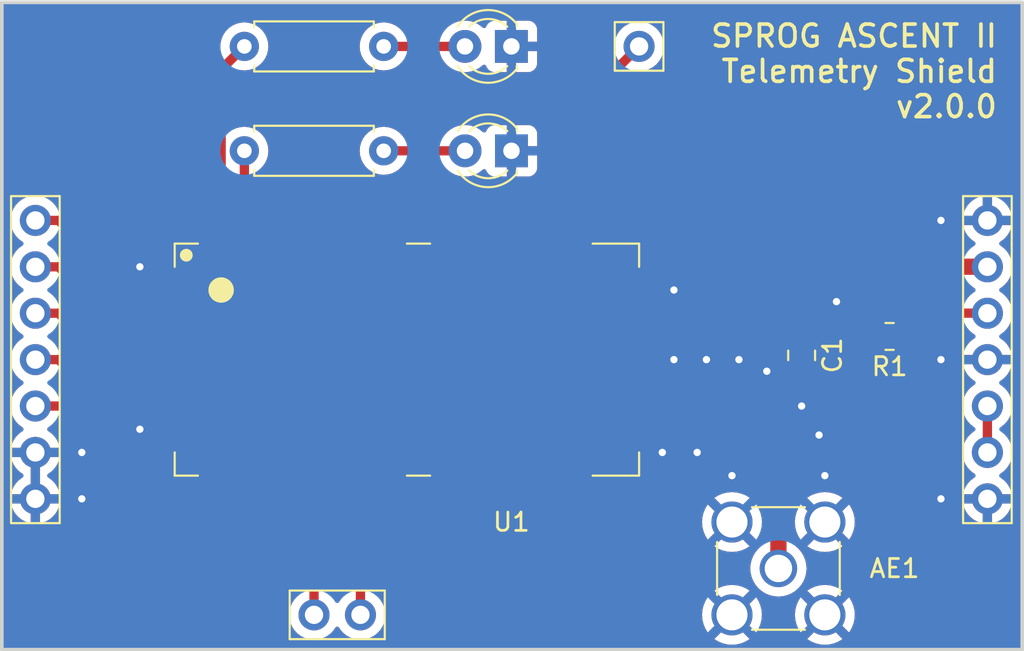
<source format=kicad_pcb>
(kicad_pcb (version 20240108) (generator "pcbnew") (generator_version "8.0")
  (layers (0 "F.Cu" signal) (31 "B.Cu" signal) (34 "B.Paste" user) (35 "F.Paste" user) (36 "B.SilkS" user "B.Silkscreen") (37 "F.SilkS" user "F.Silkscreen") (38 "B.Mask" user) (39 "F.Mask" user) (44 "Edge.Cuts" user))
  (net 0 "")
  (net 1 "DC")
  (net 2 "DD")
  (net 3 "GND")
  (net 4 "VCC")
  (net 5 "RF")
  (net 6 "RXD")
  (net 7 "TXD")
  (net 8 "CFG")
  (net 9 "RTS")
  (net 10 "CTS")
  (net 11 "RST")
  (net 12 "Net-(J2-Pin_5)")
  (net 13 "Net-(D1-A)")
  (net 14 "Net-(U1-D1)")
  (net 15 "Net-(U1-D2)")
  (net 16 "Net-(D2-A)")
  (net 17 "Net-(U1-RESET)")
  (net 20 "VCC_PA")
  (footprint "Connector_PinHeader_2.54mm:PinHeader_1x01_P2.54mm_Vertical" (layer "F.Cu") (at 109.855 41.91)
    (property "Reference" "J4" (hide yes))
    (property "Value" "Conn_01x01_Pin" (hide yes))
    (fp_line (start -1.33 -1.33) (end 1.33 -1.33) (stroke (width 0.12)) (layer "F.SilkS"))
    (fp_line (start -1.33 1.27) (end -1.33 -1.33) (stroke (width 0.12)) (layer "F.SilkS"))
    (fp_line (start -1.33 1.27) (end -1.33 1.33) (stroke (width 0.12)) (layer "F.SilkS"))
    (fp_line (start -1.33 1.33) (end 1.33 1.33) (stroke (width 0.12)) (layer "F.SilkS"))
    (fp_line (start 1.33 -1.33) (end 1.33 1.27) (stroke (width 0.12)) (layer "F.SilkS"))
    (fp_line (start 1.33 1.27) (end 1.33 1.33) (stroke (width 0.12)) (layer "F.SilkS"))
    (pad "1" thru_hole oval (at 0 0) (size 1.7 1.7) (drill 1) (layers "*.Cu" "*.Mask") (net 20 "VCC_PA"))
  )
  (footprint "Resistor_SMD:R_0805_2012Metric_Pad1.20x1.40mm_HandSolder" (layer "F.Cu") (at 123.555 57.785 180)
    (property "Reference" "R1" (at 0 -1.65 180) (layer "F.SilkS"))
    (property "Value" "2k7")
    (fp_line (start -0.227064 0.735) (end 0.227064 0.735) (stroke (width 0.12)) (layer "F.SilkS"))
    (fp_line (start -0.227064 -0.735) (end 0.227064 -0.735) (stroke (width 0.12)) (layer "F.SilkS"))
    (pad "1" smd roundrect (at -1 0 180) (size 1.2 1.4) (layers "F.Cu" "F.Paste" "F.Mask") (roundrect_rratio 0.2083333333) (net 11 "RST"))
    (pad "2" smd roundrect (at 1 0 180) (size 1.2 1.4) (layers "F.Cu" "F.Paste" "F.Mask") (roundrect_rratio 0.2083333333) (net 17 "Net-(U1-RESET)"))
  )
  (footprint "LED_THT:LED_D3.0mm" (layer "F.Cu") (at 102.87 41.91 180)
    (property "Reference" "D2" (hide yes))
    (property "Value" "LED" (hide yes))
    (fp_line (start -0.29 1.08) (end -0.29 1.236) (stroke (width 0.12)) (layer "F.SilkS"))
    (fp_line (start -0.29 -1.236) (end -0.29 -1.08) (stroke (width 0.12)) (layer "F.SilkS"))
    (fp_arc (start 2.942335 1.078608) (mid 1.366487 1.987659) (end -0.29 1.235516) (stroke (width 0.12)) (layer "F.SilkS"))
    (fp_arc (start 2.31113 1.079837) (mid 1.270117 1.5) (end 0.229039 1.08) (stroke (width 0.12)) (layer "F.SilkS"))
    (fp_arc (start 0.229039 -1.08) (mid 1.270117 -1.5) (end 2.31113 -1.079837) (stroke (width 0.12)) (layer "F.SilkS"))
    (fp_arc (start -0.29 -1.235516) (mid 1.366487 -1.987659) (end 2.942335 -1.078608) (stroke (width 0.12)) (layer "F.SilkS"))
    (pad "1" thru_hole rect (at 0 0 180) (size 1.8 1.8) (drill 0.9) (layers "*.Cu" "*.Mask") (net 3 "GND"))
    (pad "2" thru_hole circle (at 2.54 0 180) (size 1.8 1.8) (drill 0.9) (layers "*.Cu" "*.Mask") (net 16 "Net-(D2-A)"))
  )
  (footprint "Connector_Coaxial:SMA_Amphenol_901-144_Vertical" (layer "F.Cu") (at 117.475 70.485)
    (property "Reference" "AE1" (at 6.35 0 0) (layer "F.SilkS"))
    (property "Value" "Antenna" (hide yes))
    (fp_line (start -3.355 -1.45) (end -3.355 1.45) (stroke (width 0.12)) (layer "F.SilkS"))
    (fp_line (start -1.45 -3.355) (end 1.45 -3.355) (stroke (width 0.12)) (layer "F.SilkS"))
    (fp_line (start -1.45 3.355) (end 1.45 3.355) (stroke (width 0.12)) (layer "F.SilkS"))
    (fp_line (start 3.355 -1.45) (end 3.355 1.45) (stroke (width 0.12)) (layer "F.SilkS"))
    (pad "1" thru_hole circle (at 0 0) (size 2.05 2.05) (drill 1.5) (layers "*.Cu" "*.Mask") (net 5 "RF"))
    (pad "2" thru_hole circle (at -2.54 -2.54) (size 2.25 2.25) (drill 1.7) (layers "*.Cu" "*.Mask") (net 3 "GND"))
    (pad "2" thru_hole circle (at -2.54 2.54) (size 2.25 2.25) (drill 1.7) (layers "*.Cu" "*.Mask") (net 3 "GND"))
    (pad "2" thru_hole circle (at 2.54 -2.54) (size 2.25 2.25) (drill 1.7) (layers "*.Cu" "*.Mask") (net 3 "GND"))
    (pad "2" thru_hole circle (at 2.54 2.54) (size 2.25 2.25) (drill 1.7) (layers "*.Cu" "*.Mask") (net 3 "GND"))
  )
  (footprint "Resistor_THT:R_Axial_DIN0207_L6.3mm_D2.5mm_P7.62mm_Horizontal" (layer "F.Cu") (at 95.885 41.91 180)
    (property "Reference" "R3" (hide yes))
    (property "Value" "R" (hide yes))
    (fp_line (start 7.08 1.37) (end 7.08 1.04) (stroke (width 0.12)) (layer "F.SilkS"))
    (fp_line (start 7.08 -1.37) (end 7.08 -1.04) (stroke (width 0.12)) (layer "F.SilkS"))
    (fp_line (start 0.54 1.37) (end 7.08 1.37) (stroke (width 0.12)) (layer "F.SilkS"))
    (fp_line (start 0.54 1.04) (end 0.54 1.37) (stroke (width 0.12)) (layer "F.SilkS"))
    (fp_line (start 0.54 -1.04) (end 0.54 -1.37) (stroke (width 0.12)) (layer "F.SilkS"))
    (fp_line (start 0.54 -1.37) (end 7.08 -1.37) (stroke (width 0.12)) (layer "F.SilkS"))
    (pad "1" thru_hole circle (at 0 0 180) (size 1.6 1.6) (drill 0.8) (layers "*.Cu" "*.Mask") (net 16 "Net-(D2-A)"))
    (pad "2" thru_hole oval (at 7.62 0 180) (size 1.6 1.6) (drill 0.8) (layers "*.Cu" "*.Mask") (net 15 "Net-(U1-D2)"))
  )
  (footprint "Resistor_THT:R_Axial_DIN0207_L6.3mm_D2.5mm_P7.62mm_Horizontal" (layer "F.Cu") (at 95.885 47.625 180)
    (property "Reference" "R2" (hide yes))
    (property "Value" "R" (hide yes))
    (fp_line (start 7.08 1.37) (end 7.08 1.04) (stroke (width 0.12)) (layer "F.SilkS"))
    (fp_line (start 7.08 -1.37) (end 7.08 -1.04) (stroke (width 0.12)) (layer "F.SilkS"))
    (fp_line (start 0.54 1.37) (end 7.08 1.37) (stroke (width 0.12)) (layer "F.SilkS"))
    (fp_line (start 0.54 1.04) (end 0.54 1.37) (stroke (width 0.12)) (layer "F.SilkS"))
    (fp_line (start 0.54 -1.04) (end 0.54 -1.37) (stroke (width 0.12)) (layer "F.SilkS"))
    (fp_line (start 0.54 -1.37) (end 7.08 -1.37) (stroke (width 0.12)) (layer "F.SilkS"))
    (pad "1" thru_hole circle (at 0 0 180) (size 1.6 1.6) (drill 0.8) (layers "*.Cu" "*.Mask") (net 13 "Net-(D1-A)"))
    (pad "2" thru_hole oval (at 7.62 0 180) (size 1.6 1.6) (drill 0.8) (layers "*.Cu" "*.Mask") (net 14 "Net-(U1-D1)"))
  )
  (footprint "LED_THT:LED_D3.0mm" (layer "F.Cu") (at 102.875 47.625 180)
    (property "Reference" "D1" (hide yes))
    (property "Value" "LED" (hide yes))
    (fp_line (start -0.29 1.08) (end -0.29 1.236) (stroke (width 0.12)) (layer "F.SilkS"))
    (fp_line (start -0.29 -1.236) (end -0.29 -1.08) (stroke (width 0.12)) (layer "F.SilkS"))
    (fp_arc (start 2.942335 1.078608) (mid 1.366487 1.987659) (end -0.29 1.235516) (stroke (width 0.12)) (layer "F.SilkS"))
    (fp_arc (start 2.31113 1.079837) (mid 1.270117 1.5) (end 0.229039 1.08) (stroke (width 0.12)) (layer "F.SilkS"))
    (fp_arc (start 0.229039 -1.08) (mid 1.270117 -1.5) (end 2.31113 -1.079837) (stroke (width 0.12)) (layer "F.SilkS"))
    (fp_arc (start -0.29 -1.235516) (mid 1.366487 -1.987659) (end 2.942335 -1.078608) (stroke (width 0.12)) (layer "F.SilkS"))
    (pad "1" thru_hole rect (at 0 0 180) (size 1.8 1.8) (drill 0.9) (layers "*.Cu" "*.Mask") (net 3 "GND"))
    (pad "2" thru_hole circle (at 2.54 0 180) (size 1.8 1.8) (drill 0.9) (layers "*.Cu" "*.Mask") (net 13 "Net-(D1-A)"))
  )
  (footprint "Connector_PinHeader_2.54mm:PinHeader_1x07_P2.54mm_Vertical" (layer "F.Cu") (at 128.905 51.435)
    (property "Reference" "J2" (hide yes))
    (property "Value" "Conn_01x07_Pin" (hide yes))
    (fp_line (start -1.33 -1.33) (end 1.33 -1.33) (stroke (width 0.12)) (layer "F.SilkS"))
    (fp_line (start -1.33 0) (end -1.33 -1.33) (stroke (width 0.12)) (layer "F.SilkS"))
    (fp_line (start -1.33 0) (end -1.33 16.57) (stroke (width 0.12)) (layer "F.SilkS"))
    (fp_line (start -1.33 16.57) (end 1.33 16.57) (stroke (width 0.12)) (layer "F.SilkS"))
    (fp_line (start 1.33 -1.33) (end 1.33 1.27) (stroke (width 0.12)) (layer "F.SilkS"))
    (fp_line (start 1.33 1.27) (end 1.33 16.57) (stroke (width 0.12)) (layer "F.SilkS"))
    (pad "1" thru_hole oval (at 0 0) (size 1.7 1.7) (drill 1) (layers "*.Cu" "*.Mask") (net 3 "GND"))
    (pad "2" thru_hole oval (at 0 2.54) (size 1.7 1.7) (drill 1) (layers "*.Cu" "*.Mask") (net 4 "VCC"))
    (pad "3" thru_hole oval (at 0 5.08) (size 1.7 1.7) (drill 1) (layers "*.Cu" "*.Mask") (net 11 "RST"))
    (pad "4" thru_hole oval (at 0 7.62) (size 1.7 1.7) (drill 1) (layers "*.Cu" "*.Mask") (net 3 "GND"))
    (pad "5" thru_hole oval (at 0 10.16) (size 1.7 1.7) (drill 1) (layers "*.Cu" "*.Mask") (net 12 "Net-(J2-Pin_5)"))
    (pad "6" thru_hole oval (at 0 12.7) (size 1.7 1.7) (drill 1) (layers "*.Cu" "*.Mask") (net 12 "Net-(J2-Pin_5)"))
    (pad "7" thru_hole oval (at 0 15.24) (size 1.7 1.7) (drill 1) (layers "*.Cu" "*.Mask") (net 3 "GND"))
  )
  (footprint "Library:RC1780HP" (layer "F.Cu") (at 84.455 52.705)
    (property "Reference" "U1" (at 18.415 15.24 0) (layer "F.SilkS"))
    (property "Value" "~")
    (fp_line (start 0 0) (end 1.27 0) (stroke (width 0.12)) (layer "F.SilkS"))
    (fp_line (start 0 1.27) (end 0 0) (stroke (width 0.12)) (layer "F.SilkS"))
    (fp_line (start 0 12.7) (end 0 11.43) (stroke (width 0.12)) (layer "F.SilkS"))
    (fp_line (start 1.27 12.7) (end 0 12.7) (stroke (width 0.12)) (layer "F.SilkS"))
    (fp_line (start 12.7 0) (end 13.97 0) (stroke (width 0.12)) (layer "F.SilkS"))
    (fp_line (start 13.97 12.7) (end 12.7 12.7) (stroke (width 0.12)) (layer "F.SilkS"))
    (fp_line (start 22.86 0) (end 25.4 0) (stroke (width 0.12)) (layer "F.SilkS"))
    (fp_line (start 25.4 0) (end 25.4 1.27) (stroke (width 0.12)) (layer "F.SilkS"))
    (fp_line (start 25.4 11.43) (end 25.4 12.7) (stroke (width 0.12)) (layer "F.SilkS"))
    (fp_line (start 25.4 12.7) (end 22.86 12.7) (stroke (width 0.12)) (layer "F.SilkS"))
    (fp_circle (center 2.54 2.54) (end 3.175 2.54) (stroke (width 0.12)) (fill solid) (layer "F.SilkS"))
    (pad "1" smd roundrect (at 0 2.54) (size 2.032 1.016) (layers "F.Cu" "F.Paste" "F.Mask") (roundrect_rratio 0.5) (net 3 "GND"))
    (pad "2" smd roundrect (at 0 3.81) (size 2.032 1.016) (layers "F.Cu" "F.Paste" "F.Mask") (roundrect_rratio 0.5) (net 10 "CTS"))
    (pad "3" smd roundrect (at 0 5.08) (size 2.032 1.016) (layers "F.Cu" "F.Paste" "F.Mask") (roundrect_rratio 0.5) (net 9 "RTS"))
    (pad "4" smd roundrect (at 0 6.35) (size 2.032 1.016) (layers "F.Cu" "F.Paste" "F.Mask") (roundrect_rratio 0.5) (net 8 "CFG"))
    (pad "5" smd roundrect (at 0 7.62) (size 2.032 1.016) (layers "F.Cu" "F.Paste" "F.Mask") (roundrect_rratio 0.5) (net 7 "TXD"))
    (pad "6" smd roundrect (at 0 8.89) (size 2.032 1.016) (layers "F.Cu" "F.Paste" "F.Mask") (roundrect_rratio 0.5) (net 6 "RXD"))
    (pad "7" smd roundrect (at 0 10.16) (size 2.032 1.016) (layers "F.Cu" "F.Paste" "F.Mask") (roundrect_rratio 0.5) (net 3 "GND"))
    (pad "8" smd roundrect (at 25.4 10.16 180) (size 2.032 1.016) (layers "F.Cu" "F.Paste" "F.Mask") (roundrect_rratio 0.5) (net 3 "GND"))
    (pad "9" smd roundrect (at 25.4 8.89 180) (size 2.032 1.016) (layers "F.Cu" "F.Paste" "F.Mask") (roundrect_rratio 0.5) (net 5 "RF"))
    (pad "10" smd roundrect (at 25.4 7.62 180) (size 2.032 1.016) (layers "F.Cu" "F.Paste" "F.Mask") (roundrect_rratio 0.5) (net 3 "GND"))
    (pad "11" smd roundrect (at 25.4 6.35 180) (size 2.032 1.016) (layers "F.Cu" "F.Paste" "F.Mask") (roundrect_rratio 0.5))
    (pad "12" smd roundrect (at 25.4 5.08 180) (size 2.032 1.016) (layers "F.Cu" "F.Paste" "F.Mask") (roundrect_rratio 0.5) (net 17 "Net-(U1-RESET)"))
    (pad "13" smd roundrect (at 25.4 3.81 180) (size 2.032 1.016) (layers "F.Cu" "F.Paste" "F.Mask") (roundrect_rratio 0.5) (net 4 "VCC"))
    (pad "14" smd roundrect (at 25.4 2.54 180) (size 2.032 1.016) (layers "F.Cu" "F.Paste" "F.Mask") (roundrect_rratio 0.5) (net 3 "GND"))
    (pad "15" smd roundrect (at 2.54 12.7 90) (size 2.032 1.016) (layers "F.Cu" "F.Paste" "F.Mask") (roundrect_rratio 0.5))
    (pad "16" smd roundrect (at 3.81 12.7 90) (size 2.032 1.016) (layers "F.Cu" "F.Paste" "F.Mask") (roundrect_rratio 0.5))
    (pad "17" smd roundrect (at 5.08 12.7 90) (size 2.032 1.016) (layers "F.Cu" "F.Paste" "F.Mask") (roundrect_rratio 0.5))
    (pad "18" smd roundrect (at 6.351955 12.690977 90) (size 2.032 1.016) (layers "F.Cu" "F.Paste" "F.Mask") (roundrect_rratio 0.5))
    (pad "19" smd roundrect (at 7.62 12.7 90) (size 2.032 1.016) (layers "F.Cu" "F.Paste" "F.Mask") (roundrect_rratio 0.5) (net 2 "DD"))
    (pad "20" smd roundrect (at 8.89 12.7 90) (size 2.032 1.016) (layers "F.Cu" "F.Paste" "F.Mask") (roundrect_rratio 0.5) (net 1 "DC"))
    (pad "21" smd roundrect (at 10.16 12.7 90) (size 2.032 1.016) (layers "F.Cu" "F.Paste" "F.Mask") (roundrect_rratio 0.5))
    (pad "22" smd roundrect (at 11.43 12.7 90) (size 2.032 1.016) (layers "F.Cu" "F.Paste" "F.Mask") (roundrect_rratio 0.5))
    (pad "23" smd roundrect (at 11.43 0 90) (size 2.032 1.016) (layers "F.Cu" "F.Paste" "F.Mask") (roundrect_rratio 0.5))
    (pad "24" smd roundrect (at 10.16 0 90) (size 2.032 1.016) (layers "F.Cu" "F.Paste" "F.Mask") (roundrect_rratio 0.5))
    (pad "25" smd roundrect (at 8.89 0 90) (size 2.032 1.016) (layers "F.Cu" "F.Paste" "F.Mask") (roundrect_rratio 0.5))
    (pad "26" smd roundrect (at 7.62 0 90) (size 2.032 1.016) (layers "F.Cu" "F.Paste" "F.Mask") (roundrect_rratio 0.5))
    (pad "27" smd roundrect (at 6.35 0 90) (size 2.032 1.016) (layers "F.Cu" "F.Paste" "F.Mask") (roundrect_rratio 0.5))
    (pad "28" smd roundrect (at 5.08 0 90) (size 2.032 1.016) (layers "F.Cu" "F.Paste" "F.Mask") (roundrect_rratio 0.5))
    (pad "29" smd roundrect (at 3.81 0 90) (size 2.032 1.016) (layers "F.Cu" "F.Paste" "F.Mask") (roundrect_rratio 0.5) (net 14 "Net-(U1-D1)"))
    (pad "30" smd roundrect (at 2.54 0 90) (size 2.032 1.016) (layers "F.Cu" "F.Paste" "F.Mask") (roundrect_rratio 0.5) (net 15 "Net-(U1-D2)"))
    (pad "31" smd roundrect (at 15.24 0 90) (size 2.032 1.016) (layers "F.Cu" "F.Paste" "F.Mask") (roundrect_rratio 0.5))
    (pad "32" smd roundrect (at 15.24 12.7 90) (size 2.032 1.016) (layers "F.Cu" "F.Paste" "F.Mask") (roundrect_rratio 0.5))
    (pad "33" smd roundrect (at 16.51 0 90) (size 2.032 1.016) (layers "F.Cu" "F.Paste" "F.Mask") (roundrect_rratio 0.5))
    (pad "34" smd roundrect (at 16.51 12.7 90) (size 2.032 1.016) (layers "F.Cu" "F.Paste" "F.Mask") (roundrect_rratio 0.5))
    (pad "35" smd roundrect (at 17.78 0 90) (size 2.032 1.016) (layers "F.Cu" "F.Paste" "F.Mask") (roundrect_rratio 0.5))
    (pad "36" smd roundrect (at 17.78 12.7 90) (size 2.032 1.016) (layers "F.Cu" "F.Paste" "F.Mask") (roundrect_rratio 0.5))
    (pad "37" smd roundrect (at 19.05 0 90) (size 2.032 1.016) (layers "F.Cu" "F.Paste" "F.Mask") (roundrect_rratio 0.5))
    (pad "38" smd roundrect (at 19.05 12.7 90) (size 2.032 1.016) (layers "F.Cu" "F.Paste" "F.Mask") (roundrect_rratio 0.5))
    (pad "39" smd roundrect (at 20.32 0 90) (size 2.032 1.016) (layers "F.Cu" "F.Paste" "F.Mask") (roundrect_rratio 0.5))
    (pad "40" smd roundrect (at 20.32 12.7 90) (size 2.032 1.016) (layers "F.Cu" "F.Paste" "F.Mask") (roundrect_rratio 0.5))
    (pad "41" smd roundrect (at 21.59 0 90) (size 2.032 1.016) (layers "F.Cu" "F.Paste" "F.Mask") (roundrect_rratio 0.5) (net 20 "VCC_PA"))
    (pad "42" smd roundrect (at 21.59 12.7 90) (size 2.032 1.016) (layers "F.Cu" "F.Paste" "F.Mask") (roundrect_rratio 0.5))
  )
  (footprint "Connector_PinHeader_2.54mm:PinHeader_1x02_P2.54mm_Vertical" (layer "F.Cu") (at 92.075 73.025 90)
    (property "Reference" "J3" (hide yes))
    (property "Value" "Conn_01x02_Pin" (hide yes))
    (fp_line (start 1.33 -1.33) (end 1.33 1.27) (stroke (width 0.12)) (layer "F.SilkS"))
    (fp_line (start -1.33 -1.33) (end 1.33 -1.33) (stroke (width 0.12)) (layer "F.SilkS"))
    (fp_line (start -1.33 0) (end -1.33 -1.33) (stroke (width 0.12)) (layer "F.SilkS"))
    (fp_line (start -1.33 0) (end -1.33 3.87) (stroke (width 0.12)) (layer "F.SilkS"))
    (fp_line (start 1.33 1.27) (end 1.33 3.87) (stroke (width 0.12)) (layer "F.SilkS"))
    (fp_line (start -1.33 3.87) (end 1.33 3.87) (stroke (width 0.12)) (layer "F.SilkS"))
    (pad "1" thru_hole oval (at 0 0 90) (size 1.7 1.7) (drill 1) (layers "*.Cu" "*.Mask") (net 2 "DD"))
    (pad "2" thru_hole oval (at 0 2.54 90) (size 1.7 1.7) (drill 1) (layers "*.Cu" "*.Mask") (net 1 "DC"))
  )
  (footprint "Capacitor_SMD:C_0805_2012Metric_Pad1.18x1.45mm_HandSolder" (layer "F.Cu") (at 118.745 58.8225 -90)
    (property "Reference" "C1" (at 0 -1.68 -90) (layer "F.SilkS"))
    (property "Value" "1n0")
    (fp_line (start -0.261252 0.735) (end 0.261252 0.735) (stroke (width 0.12)) (layer "F.SilkS"))
    (fp_line (start -0.261252 -0.735) (end 0.261252 -0.735) (stroke (width 0.12)) (layer "F.SilkS"))
    (pad "1" smd roundrect (at -1.0375 0 270) (size 1.175 1.45) (layers "F.Cu" "F.Paste" "F.Mask") (roundrect_rratio 0.2127659574) (net 17 "Net-(U1-RESET)"))
    (pad "2" smd roundrect (at 1.0375 0 270) (size 1.175 1.45) (layers "F.Cu" "F.Paste" "F.Mask") (roundrect_rratio 0.2127659574) (net 3 "GND"))
  )
  (footprint "Connector_PinHeader_2.54mm:PinHeader_1x07_P2.54mm_Vertical" (layer "F.Cu") (at 76.835 51.435)
    (property "Reference" "J1" (hide yes))
    (property "Value" "Conn_01x07_Pin" (hide yes))
    (fp_line (start -1.33 -1.33) (end 1.33 -1.33) (stroke (width 0.12)) (layer "F.SilkS"))
    (fp_line (start -1.33 0) (end -1.33 -1.33) (stroke (width 0.12)) (layer "F.SilkS"))
    (fp_line (start -1.33 0) (end -1.33 16.57) (stroke (width 0.12)) (layer "F.SilkS"))
    (fp_line (start -1.33 16.57) (end 1.33 16.57) (stroke (width 0.12)) (layer "F.SilkS"))
    (fp_line (start 1.33 -1.33) (end 1.33 16.57) (stroke (width 0.12)) (layer "F.SilkS"))
    (pad "1" thru_hole oval (at 0 0) (size 1.7 1.7) (drill 1) (layers "*.Cu" "*.Mask") (net 10 "CTS"))
    (pad "2" thru_hole oval (at 0 2.54) (size 1.7 1.7) (drill 1) (layers "*.Cu" "*.Mask") (net 9 "RTS"))
    (pad "3" thru_hole oval (at 0 5.08) (size 1.7 1.7) (drill 1) (layers "*.Cu" "*.Mask") (net 8 "CFG"))
    (pad "4" thru_hole oval (at 0 7.62) (size 1.7 1.7) (drill 1) (layers "*.Cu" "*.Mask") (net 7 "TXD"))
    (pad "5" thru_hole oval (at 0 10.16) (size 1.7 1.7) (drill 1) (layers "*.Cu" "*.Mask") (net 6 "RXD"))
    (pad "6" thru_hole oval (at 0 12.7) (size 1.7 1.7) (drill 1) (layers "*.Cu" "*.Mask") (net 3 "GND"))
    (pad "7" thru_hole oval (at 0 15.24) (size 1.7 1.7) (drill 1) (layers "*.Cu" "*.Mask") (net 3 "GND"))
  )
  (gr_circle (center 85.09 53.34) (end 85.34 53.34) (stroke (width 0.2)) (fill solid) (layer "F.SilkS"))
  (gr_rect (start 75 39.5) (end 130.81 74.93) (stroke (width 0.2)) (fill none) (layer "Edge.Cuts"))
  (gr_text "SPROG ASCENT II\nTelemetry Shield\nv2.0.0" (at 129.54 40.64 0) (layer "F.SilkS") (effects (font (size 1.2 1.2) (thickness 0.2)) (justify right top)))
  (segment (start 93.345 69.215) (end 93.345 64.77) (width 0.508) (layer "F.Cu") (net 1))
  (segment (start 94.615 73.025) (end 94.615 70.485) (width 0.508) (layer "F.Cu") (net 1))
  (segment (start 94.615 70.485) (end 93.345 69.215) (width 0.508) (layer "F.Cu") (net 1))
  (segment (start 92.075 73.025) (end 92.075 65.405) (width 0.508) (layer "F.Cu") (net 2))
  (segment (start 110.49 60.325) (end 111.76 59.055) (width 0.508) (layer "F.Cu") (net 3))
  (segment (start 109.855 60.325) (end 110.49 60.325) (width 0.508) (layer "F.Cu") (net 3))
  (segment (start 109.855 60.325) (end 107.315 60.325) (width 0.508) (layer "F.Cu") (net 3))
  (via (at 82.55 62.865) (size 0.8) (drill 0.4) (layers "F.Cu" "B.Cu") (net 3))
  (via (at 111.125 64.135) (size 0.8) (drill 0.4) (layers "F.Cu" "B.Cu") (net 3))
  (via (at 116.84 59.69) (size 0.8) (drill 0.4) (layers "F.Cu" "B.Cu") (net 3))
  (via (at 82.55 53.975) (size 0.8) (drill 0.4) (layers "F.Cu" "B.Cu") (net 3))
  (via (at 79.375 64.135) (size 0.8) (drill 0.4) (layers "F.Cu" "B.Cu") (net 3))
  (via (at 113.03 64.135) (size 0.8) (drill 0.4) (layers "F.Cu" "B.Cu") (net 3))
  (via (at 119.6975 63.1825) (size 0.8) (drill 0.4) (layers "F.Cu" "B.Cu") (net 3))
  (via (at 114.935 65.405) (size 0.8) (drill 0.4) (layers "F.Cu" "B.Cu") (net 3))
  (via (at 126.365 51.435) (size 0.8) (drill 0.4) (layers "F.Cu" "B.Cu") (net 3))
  (via (at 120.65 55.88) (size 0.8) (drill 0.4) (layers "F.Cu" "B.Cu") (net 3))
  (via (at 111.76 55.245) (size 0.8) (drill 0.4) (layers "F.Cu" "B.Cu") (net 3))
  (via (at 115.316 59.055) (size 0.8) (drill 0.4) (layers "F.Cu" "B.Cu") (net 3))
  (via (at 79.375 66.675) (size 0.8) (drill 0.4) (layers "F.Cu" "B.Cu") (net 3))
  (via (at 113.538 59.055) (size 0.8) (drill 0.4) (layers "F.Cu" "B.Cu") (net 3))
  (via (at 118.745 61.595) (size 0.8) (drill 0.4) (layers "F.Cu" "B.Cu") (net 3))
  (via (at 111.76 59.055) (size 0.8) (drill 0.4) (layers "F.Cu" "B.Cu") (net 3))
  (via (at 126.365 59.055) (size 0.8) (drill 0.4) (layers "F.Cu" "B.Cu") (net 3))
  (via (at 120.015 65.405) (size 0.8) (drill 0.4) (layers "F.Cu" "B.Cu") (net 3))
  (via (at 126.365 66.675) (size 0.8) (drill 0.4) (layers "F.Cu" "B.Cu") (net 3))
  (segment (start 128.905 53.97) (end 116.21 53.97) (width 0.89) (layer "F.Cu") (net 4))
  (segment (start 116.21 53.97) (end 113.665 56.515) (width 0.89) (layer "F.Cu") (net 4))
  (segment (start 113.665 56.515) (end 109.855 56.515) (width 0.89) (layer "F.Cu") (net 4))
  (segment (start 117.475 70.485) (end 117.475 65.405) (width 0.89) (layer "F.Cu") (net 5))
  (segment (start 113.665 61.595) (end 109.22 61.595) (width 0.89) (layer "F.Cu") (net 5))
  (arc (start 117.475 65.405) (mid 116.359076 62.710923) (end 113.665 61.595) (width 2.54) (layer "F.Cu") (net 5))
  (segment (start 76.835 61.595) (end 84.455 61.595) (width 0.508) (layer "F.Cu") (net 6))
  (segment (start 78.1 59.05) (end 79.375 60.325) (width 0.508) (layer "F.Cu") (net 7))
  (segment (start 79.375 60.325) (end 84.455 60.325) (width 0.508) (layer "F.Cu") (net 7))
  (segment (start 78.095 59.055) (end 78.1 59.05) (width 0.508) (layer "F.Cu") (net 7))
  (segment (start 76.835 59.055) (end 78.095 59.055) (width 0.508) (layer "F.Cu") (net 7))
  (segment (start 78.095 56.515) (end 78.1 56.51) (width 0.508) (layer "F.Cu") (net 8))
  (segment (start 80.645 59.055) (end 84.455 59.055) (width 0.508) (layer "F.Cu") (net 8))
  (segment (start 78.1 56.51) (end 80.645 59.055) (width 0.508) (layer "F.Cu") (net 8))
  (segment (start 76.835 56.515) (end 78.095 56.515) (width 0.508) (layer "F.Cu") (net 8))
  (segment (start 76.835 53.975) (end 78.095 53.975) (width 0.508) (layer "F.Cu") (net 9))
  (segment (start 81.915 57.785) (end 84.455 57.785) (width 0.508) (layer "F.Cu") (net 9))
  (segment (start 78.095 53.975) (end 78.1 53.97) (width 0.508) (layer "F.Cu") (net 9))
  (segment (start 78.1 53.97) (end 81.915 57.785) (width 0.508) (layer "F.Cu") (net 9))
  (segment (start 83.185 56.515) (end 84.455 56.515) (width 0.508) (layer "F.Cu") (net 10))
  (segment (start 78.095 51.435) (end 78.1 51.43) (width 0.508) (layer "F.Cu") (net 10))
  (segment (start 76.835 51.435) (end 78.095 51.435) (width 0.508) (layer "F.Cu") (net 10))
  (segment (start 78.1 51.43) (end 83.185 56.515) (width 0.508) (layer "F.Cu") (net 10))
  (segment (start 125.83 56.51) (end 124.555 57.785) (width 0.508) (layer "F.Cu") (net 11))
  (segment (start 128.905 56.51) (end 125.83 56.51) (width 0.508) (layer "F.Cu") (net 11))
  (segment (start 128.905 61.59) (end 128.905 64.13) (width 0.508) (layer "F.Cu") (net 12))
  (segment (start 95.885 47.625) (end 100.335 47.625) (width 0.508) (layer "F.Cu") (net 13))
  (segment (start 88.265 52.705) (end 88.265 47.625) (width 0.508) (layer "F.Cu") (net 14))
  (segment (start 86.995 43.18) (end 88.265 41.91) (width 0.508) (layer "F.Cu") (net 15))
  (segment (start 86.995 52.705) (end 86.995 43.18) (width 0.508) (layer "F.Cu") (net 15))
  (segment (start 95.885 41.91) (end 100.33 41.91) (width 0.508) (layer "F.Cu") (net 16))
  (segment (start 118.745 57.785) (end 109.22 57.785) (width 0.508) (layer "F.Cu") (net 17))
  (segment (start 118.745 57.785) (end 122.555 57.785) (width 0.508) (layer "F.Cu") (net 17))
  (segment (start 106.045 52.705) (end 106.045 45.72) (width 0.508) (layer "F.Cu") (net 20))
  (segment (start 106.045 45.72) (end 109.855 41.91) (width 0.508) (layer "F.Cu") (net 20))
  (zone (net 0) (net_name "") (layer "F.Cu") (connect_pads yes (clearance 0)) (min_thickness 0.254)
    (keepout (tracks allowed) (vias allowed) (pads allowed) (copperpour not_allowed) (footprints allowed))
    (fill (thermal_gap 0.508) (thermal_bridge_width 0.508))
    (polygon (pts (xy 113.665 60.16625) (xy 112.395 60.16625) (xy 110.49 61.11875) (xy 110.49 60.80125) (xy 112.395 59.84875) (xy 113.665 59.84875)))
  )
  (zone (net 5) (net_name "RF") (layer "F.Cu") (connect_pads yes (clearance 0.508)) (min_thickness 0.254) (fill yes (thermal_gap 0.508) (thermal_bridge_width 0.508))
    (polygon (pts (xy 113.665 61.43625) (xy 110.49 61.43625) (xy 110.49 61.2775) (xy 112.395 60.325) (xy 113.665 60.325)))
  )
  (zone (net 5) (net_name "RF") (layer "F.Cu") (connect_pads yes (clearance 0.508)) (min_thickness 0.254) (fill yes (thermal_gap 0.508) (thermal_bridge_width 0.508))
    (polygon (pts (xy 114.3 61.75375) (xy 110.49 61.75375) (xy 110.49 61.9125) (xy 112.395 62.865) (xy 114.3 62.865)))
  )
  (zone (net 0) (net_name "") (layer "F.Cu") (connect_pads (clearance 0)) (min_thickness 0.254)
    (keepout (tracks allowed) (vias allowed) (pads allowed) (copperpour not_allowed) (footprints allowed))
    (fill (thermal_gap 0.508) (thermal_bridge_width 0.508))
    (polygon (pts (xy 116.205 65.659) (xy 116.205 66.675) (xy 115.697 66.675) (xy 115.697 65.151)))
  )
  (zone (net 5) (net_name "RF") (layer "F.Cu") (connect_pads (clearance 0.508)) (min_thickness 0.254) (fill yes (thermal_gap 0.508) (thermal_bridge_width 0.508))
    (polygon (pts (xy 118.745 66.675) (xy 117.475 70.485) (xy 116.205 66.675) (xy 116.205 65.405) (xy 118.745 65.405)))
  )
  (zone (net 0) (net_name "") (layer "F.Cu") (connect_pads yes (clearance 0)) (min_thickness 0.254)
    (keepout (tracks allowed) (vias allowed) (pads allowed) (copperpour not_allowed) (footprints allowed))
    (fill (thermal_gap 0.508) (thermal_bridge_width 0.508))
    (polygon (pts (xy 114.3 63.02375) (xy 112.395 63.02375) (xy 110.49 62.07125) (xy 110.49 62.38875) (xy 112.395 63.34125) (xy 114.3 63.34125)))
  )
  (zone (net 0) (net_name "") (layer "F.Cu") (connect_pads (clearance 0)) (min_thickness 0.254)
    (keepout (tracks allowed) (vias allowed) (pads allowed) (copperpour not_allowed) (footprints allowed))
    (fill (thermal_gap 0.508) (thermal_bridge_width 0.508))
    (polygon (pts (xy 119.253 66.675) (xy 118.745 66.675) (xy 118.745 65.659) (xy 119.253 65.151)))
  )
  (zone (net 3) (net_name "GND") (layers "F&B.Cu") (connect_pads (clearance 0.508)) (min_thickness 0.254) (fill yes (thermal_gap 0.508) (thermal_bridge_width 0.508))
    (polygon (pts (xy 130.81 74.93) (xy 74.93 74.93) (xy 74.93 39.37) (xy 130.81 39.37)))
  )
)
</source>
